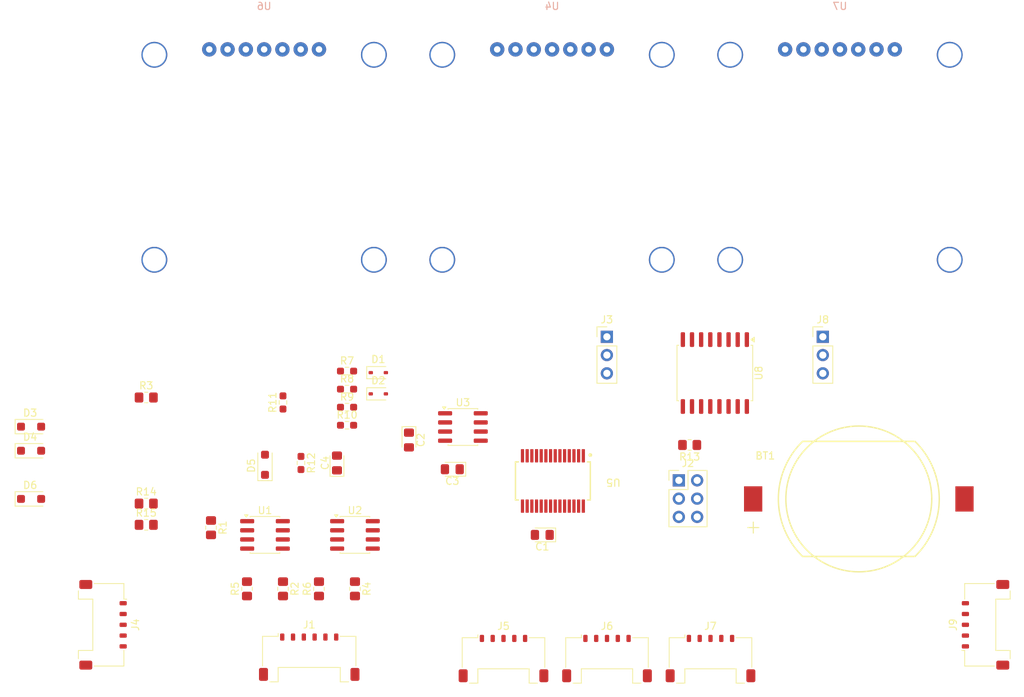
<source format=kicad_pcb>
(kicad_pcb (version 20241229) (generator "pcbnew") (generator_version "9.0")
  (layers (0 "F.Cu" signal) (2 "B.Cu" signal) (13 "F.Paste" user) (15 "B.Paste" user) (5 "F.SilkS" user "F.Silkscreen") (7 "B.SilkS" user "B.Silkscreen") (1 "F.Mask" user) (3 "B.Mask" user) (25 "Edge.Cuts" user))
  (net 0 "")
  (net 1 "GND")
  (net 2 "VDD")
  (net 3 "Net-(D3-K)")
  (net 4 "Net-(D4-K)")
  (net 5 "Net-(D5-K)")
  (net 6 "Net-(D1-K)")
  (net 7 "Net-(D1-A)")
  (net 8 "Net-(D2-A)")
  (net 9 "Net-(D2-K)")
  (net 10 "Net-(D6-K)")
  (net 11 "Net-(J1-Pin_3)")
  (net 12 "Net-(J1-Pin_4)")
  (net 14 "Net-(J2-Pin_1)")
  (net 15 "Net-(J2-Pin_5)")
  (net 16 "Net-(J2-Pin_4)")
  (net 17 "Net-(J3-Pin_1)")
  (net 18 "Net-(J4-Pin_4)")
  (net 19 "+5V")
  (net 20 "Net-(J4-Pin_3)")
  (net 21 "Net-(J8-Pin_1)")
  (net 22 "Net-(R1-Pad1)")
  (net 23 "Net-(R3-Pad1)")
  (net 24 "Net-(U3A--)")
  (net 25 "Net-(U5-RA0)")
  (net 26 "Net-(U3B--)")
  (net 27 "Net-(U5-RA1)")
  (net 28 "/MOSI")
  (net 31 "/SCLK")
  (net 32 "Net-(U4-CS)")
  (net 34 "Net-(U5-RB1)")
  (net 36 "Net-(U5-RB2)")
  (net 37 "/RST")
  (net 40 "/Data{slash}Command")
  (net 44 "Net-(BT1-+)")
  (footprint "Resistor_SMD:R_0603_1608Metric_Pad0.98x0.95mm_HandSolder" (layer "F.Cu") (at 63.9 134.745)
    (property "Reference" "R9" (at 0 -1.43 0) (layer "F.SilkS"))
    (property "Value" "51k±1%")
    (pad "1" smd roundrect (at -0.9125 0) (size 0.975 0.95) (layers "F.Cu" "F.Mask" "F.Paste") (net 27 "Net-(U5-RA1)"))
    (pad "2" smd roundrect (at 0.9125 0) (size 0.975 0.95) (layers "F.Cu" "F.Mask" "F.Paste") (net 26 "Net-(U3B--)"))
  )
  (footprint "Resistor_SMD:R_0805_2012Metric_Pad1.20x1.40mm_HandSolder" (layer "F.Cu") (at 111.5 140 180)
    (property "Reference" "R13" (at 0 -1.65 0) (layer "F.SilkS"))
    (property "Value" "10k")
    (pad "1" smd roundrect (at -1 0 180) (size 1.2 1.4) (layers "F.Cu" "F.Mask" "F.Paste") (roundrect_rratio 0.208333) (net 2 "VDD"))
    (pad "2" smd roundrect (at 1 0 180) (size 1.2 1.4) (layers "F.Cu" "F.Mask" "F.Paste") (roundrect_rratio 0.208333) (net 14 "Net-(J2-Pin_1)"))
  )
  (footprint "Resistor_SMD:R_0603_1608Metric_Pad0.98x0.95mm_HandSolder" (layer "F.Cu") (at 57.5 142.5 -90)
    (property "Reference" "R12" (at 0 -1.43 90) (layer "F.SilkS"))
    (property "Value" "5k1±1%")
    (pad "1" smd roundrect (at -0.9125 0 270) (size 0.975 0.95) (layers "F.Cu" "F.Mask" "F.Paste") (net 1 "GND"))
    (pad "2" smd roundrect (at 0.9125 0 270) (size 0.975 0.95) (layers "F.Cu" "F.Mask" "F.Paste") (net 5 "Net-(D5-K)"))
  )
  (footprint "Resistor_SMD:R_0805_2012Metric_Pad1.20x1.40mm_HandSolder" (layer "F.Cu") (at 50 160 90)
    (property "Reference" "R5" (at 0 -1.65 90) (layer "F.SilkS"))
    (property "Value" "10k")
    (pad "1" smd roundrect (at -1 0 90) (size 1.2 1.4) (layers "F.Cu" "F.Mask" "F.Paste") (roundrect_rratio 0.208333) (net 6 "Net-(D1-K)"))
    (pad "2" smd roundrect (at 1 0 90) (size 1.2 1.4) (layers "F.Cu" "F.Mask" "F.Paste") (roundrect_rratio 0.208333) (net 3 "Net-(D3-K)"))
  )
  (footprint "Diode_SMD:D_SOD-123F" (layer "F.Cu") (at 20 137.45)
    (property "Reference" "D3" (at -0.127 -1.905 0) (layer "F.SilkS"))
    (property "Value" "BZT52B5V1")
    (pad "1" smd roundrect (at -1.4 0) (size 1.1 1.1) (layers "F.Cu" "F.Mask" "F.Paste") (roundrect_rratio 0.2272727273) (net 3 "Net-(D3-K)"))
    (pad "2" smd roundrect (at 1.4 0) (size 1.1 1.1) (layers "F.Cu" "F.Mask" "F.Paste") (roundrect_rratio 0.2272727273) (net 1 "GND"))
  )
  (footprint "Diode_SMD:D_SOD-123F" (layer "F.Cu") (at 20 140.8)
    (property "Reference" "D4" (at -0.127 -1.905 0) (layer "F.SilkS"))
    (property "Value" "BZT52B5V1")
    (pad "1" smd roundrect (at -1.4 0) (size 1.1 1.1) (layers "F.Cu" "F.Mask" "F.Paste") (roundrect_rratio 0.2272727273) (net 4 "Net-(D4-K)"))
    (pad "2" smd roundrect (at 1.4 0) (size 1.1 1.1) (layers "F.Cu" "F.Mask" "F.Paste") (roundrect_rratio 0.2272727273) (net 1 "GND"))
  )
  (footprint "Resistor_SMD:R_0603_1608Metric_Pad0.98x0.95mm_HandSolder" (layer "F.Cu") (at 63.9 129.725)
    (property "Reference" "R7" (at 0 -1.43 0) (layer "F.SilkS"))
    (property "Value" "51k±1%")
    (pad "1" smd roundrect (at -0.9125 0) (size 0.975 0.95) (layers "F.Cu" "F.Mask" "F.Paste") (net 25 "Net-(U5-RA0)"))
    (pad "2" smd roundrect (at 0.9125 0) (size 0.975 0.95) (layers "F.Cu" "F.Mask" "F.Paste") (net 24 "Net-(U3A--)"))
  )
  (footprint "Resistor_SMD:R_0603_1608Metric_Pad0.98x0.95mm_HandSolder" (layer "F.Cu") (at 63.9 132.235)
    (property "Reference" "R8" (at 0 -1.43 0) (layer "F.SilkS"))
    (property "Value" "51k±1%")
    (pad "1" smd roundrect (at -0.9125 0) (size 0.975 0.95) (layers "F.Cu" "F.Mask" "F.Paste") (net 11 "Net-(J1-Pin_3)"))
    (pad "2" smd roundrect (at 0.9125 0) (size 0.975 0.95) (layers "F.Cu" "F.Mask" "F.Paste") (net 5 "Net-(D5-K)"))
  )
  (footprint "Connector_Molex:Molex_Pico-Lock_504050-0691_1x06-1MP_P1.50mm_Horizontal" (layer "F.Cu") (at 58.645 169.5)
    (property "Reference" "J1" (at 0 -4.5 0) (layer "F.SilkS"))
    (property "Value" "Conn_01x05_Socket")
    (pad "1" smd roundrect (at -3.75 -2.795) (size 0.6 1) (layers "F.Cu" "F.Mask" "F.Paste") (net 6 "Net-(D1-K)"))
    (pad "2" smd roundrect (at -2.25 -2.795) (size 0.6 1) (layers "F.Cu" "F.Mask" "F.Paste") (net 9 "Net-(D2-K)"))
    (pad "3" smd roundrect (at -0.75 -2.795) (size 0.6 1) (layers "F.Cu" "F.Mask" "F.Paste") (net 11 "Net-(J1-Pin_3)"))
    (pad "4" smd roundrect (at 0.75 -2.795) (size 0.6 1) (layers "F.Cu" "F.Mask" "F.Paste") (net 12 "Net-(J1-Pin_4)"))
    (pad "5" smd roundrect (at 2.25 -2.795) (size 0.6 1) (layers "F.Cu" "F.Mask" "F.Paste"))
    (pad "6" smd roundrect (at 3.75 -2.795) (size 0.6 1) (layers "F.Cu" "F.Mask" "F.Paste") (net 1 "GND"))
    (pad "MP" smd roundrect (at -6.355 2.395) (size 1.25 1.8) (layers "F.Cu" "F.Mask" "F.Paste") (roundrect_rratio 0.2))
    (pad "MP" smd roundrect (at 6.355 2.395) (size 1.25 1.8) (layers "F.Cu" "F.Mask" "F.Paste") (roundrect_rratio 0.2))
  )
  (footprint "Diode_SMD:D_0805_2012Metric_Pad1.15x1.40mm_HandSolder" (layer "F.Cu") (at 72.5 139.31 -90)
    (property "Reference" "C2" (at 0 -1.65 90) (layer "F.SilkS"))
    (property "Value" "100nF")
    (pad "1" smd roundrect (at -1.025 0 270) (size 1.15 1.4) (layers "F.Cu" "F.Mask" "F.Paste") (roundrect_rratio 0.217391) (net 3 "Net-(D3-K)"))
    (pad "2" smd roundrect (at 1.025 0 270) (size 1.15 1.4) (layers "F.Cu" "F.Mask" "F.Paste") (roundrect_rratio 0.217391) (net 1 "GND"))
  )
  (footprint "Diode_SMD:D_0805_2012Metric_Pad1.15x1.40mm_HandSolder" (layer "F.Cu") (at 62.5 142.5 90)
    (property "Reference" "C4" (at 0 -1.65 90) (layer "F.SilkS"))
    (property "Value" "100nF")
    (pad "1" smd roundrect (at -1.025 0 90) (size 1.15 1.4) (layers "F.Cu" "F.Mask" "F.Paste") (roundrect_rratio 0.217391) (net 5 "Net-(D5-K)"))
    (pad "2" smd roundrect (at 1.025 0 90) (size 1.15 1.4) (layers "F.Cu" "F.Mask" "F.Paste") (roundrect_rratio 0.217391) (net 1 "GND"))
  )
  (footprint "Connector_PinHeader_2.54mm:PinHeader_1x03_P2.54mm_Vertical" (layer "F.Cu") (at 100 124.96)
    (property "Reference" "J3" (at 0 -2.38 0) (layer "F.SilkS"))
    (property "Value" "CONF")
    (pad "1" thru_hole rect (at 0 0) (size 1.7 1.7) (drill 1) (layers "*.Cu" "*.Mask") (net 17 "Net-(J3-Pin_1)"))
    (pad "2" thru_hole circle (at 0 2.54) (size 1.7 1.7) (drill 1) (layers "*.Cu" "*.Mask") (net 1 "GND"))
    (pad "3" thru_hole circle (at 0 5.08) (size 1.7 1.7) (drill 1) (layers "*.Cu" "*.Mask") (net 1 "GND"))
  )
  (footprint "Diode_SMD:D_SOD-323" (layer "F.Cu") (at 68.245 129.945)
    (property "Reference" "D1" (at 0 -1.85 0) (layer "F.SilkS"))
    (property "Value" "1N4448WS")
    (pad "1" smd roundrect (at -1.05 0) (size 0.6 0.45) (layers "F.Cu" "F.Mask" "F.Paste") (net 6 "Net-(D1-K)"))
    (pad "2" smd roundrect (at 1.05 0) (size 0.6 0.45) (layers "F.Cu" "F.Mask" "F.Paste") (net 7 "Net-(D1-A)"))
  )
  (footprint "Package_SO:SOIC-8_3.9x4.9mm_P1.27mm" (layer "F.Cu") (at 80 137.5)
    (property "Reference" "U3" (at 0 -3.4 0) (layer "F.SilkS"))
    (property "Value" "LMV358")
    (pad "1" smd roundrect (at -2.475 -1.905) (size 1.95 0.6) (layers "F.Cu" "F.Mask" "F.Paste") (net 25 "Net-(U5-RA0)"))
    (pad "2" smd roundrect (at -2.475 -0.635) (size 1.95 0.6) (layers "F.Cu" "F.Mask" "F.Paste") (net 24 "Net-(U3A--)"))
    (pad "3" smd roundrect (at -2.475 0.635) (size 1.95 0.6) (layers "F.Cu" "F.Mask" "F.Paste") (net 3 "Net-(D3-K)"))
    (pad "4" smd roundrect (at -2.475 1.905) (size 1.95 0.6) (layers "F.Cu" "F.Mask" "F.Paste") (net 1 "GND"))
    (pad "5" smd roundrect (at 2.475 1.905) (size 1.95 0.6) (layers "F.Cu" "F.Mask" "F.Paste") (net 4 "Net-(D4-K)"))
    (pad "6" smd roundrect (at 2.475 0.635) (size 1.95 0.6) (layers "F.Cu" "F.Mask" "F.Paste") (net 26 "Net-(U3B--)"))
    (pad "7" smd roundrect (at 2.475 -0.635) (size 1.95 0.6) (layers "F.Cu" "F.Mask" "F.Paste") (net 27 "Net-(U5-RA1)"))
    (pad "8" smd roundrect (at 2.475 -1.905) (size 1.95 0.6) (layers "F.Cu" "F.Mask" "F.Paste") (net 2 "VDD"))
  )
  (footprint "Resistor_SMD:R_0805_2012Metric_Pad1.20x1.40mm_HandSolder" (layer "F.Cu") (at 60 160 90)
    (property "Reference" "R6" (at 0 -1.65 90) (layer "F.SilkS"))
    (property "Value" "10k")
    (pad "1" smd roundrect (at -1 0 90) (size 1.2 1.4) (layers "F.Cu" "F.Mask" "F.Paste") (roundrect_rratio 0.208333) (net 9 "Net-(D2-K)"))
    (pad "2" smd roundrect (at 1 0 90) (size 1.2 1.4) (layers "F.Cu" "F.Mask" "F.Paste") (roundrect_rratio 0.208333) (net 4 "Net-(D4-K)"))
  )
  (footprint "Connector_Molex:Molex_Pico-Lock_504050-0591_1x05-1MP_P1.50mm_Horizontal" (layer "F.Cu") (at 85.637 169.69)
    (property "Reference" "J5" (at 0 -4.5 0) (layer "F.SilkS"))
    (property "Value" "Conn_01x05_Socket")
    (pad "1" smd roundrect (at -3 -2.795) (size 0.6 1) (layers "F.Cu" "F.Mask" "F.Paste") (net 19 "+5V"))
    (pad "2" smd roundrect (at -1.5 -2.795) (size 0.6 1) (layers "F.Cu" "F.Mask" "F.Paste") (net 2 "VDD"))
    (pad "3" smd roundrect (at 0 -2.795) (size 0.6 1) (layers "F.Cu" "F.Mask" "F.Paste") (net 20 "Net-(J4-Pin_3)"))
    (pad "4" smd roundrect (at 1.5 -2.795) (size 0.6 1) (layers "F.Cu" "F.Mask" "F.Paste") (net 18 "Net-(J4-Pin_4)"))
    (pad "5" smd roundrect (at 3 -2.795) (size 0.6 1) (layers "F.Cu" "F.Mask" "F.Paste") (net 1 "GND"))
    (pad "MP" smd roundrect (at -5.605 2.395) (size 1.25 1.8) (layers "F.Cu" "F.Mask" "F.Paste") (roundrect_rratio 0.2))
    (pad "MP" smd roundrect (at 5.605 2.395) (size 1.25 1.8) (layers "F.Cu" "F.Mask" "F.Paste") (roundrect_rratio 0.2))
  )
  (footprint "Connector_PinHeader_2.54mm:PinHeader_1x03_P2.54mm_Vertical" (layer "F.Cu") (at 130 124.96)
    (property "Reference" "J8" (at 0 -2.38 0) (layer "F.SilkS"))
    (property "Value" "RTC_RST")
    (pad "1" thru_hole rect (at 0 0) (size 1.7 1.7) (drill 1) (layers "*.Cu" "*.Mask") (net 21 "Net-(J8-Pin_1)"))
    (pad "2" thru_hole circle (at 0 2.54) (size 1.7 1.7) (drill 1) (layers "*.Cu" "*.Mask") (net 1 "GND"))
    (pad "3" thru_hole circle (at 0 5.08) (size 1.7 1.7) (drill 1) (layers "*.Cu" "*.Mask") (net 1 "GND"))
  )
  (footprint "Diode_SMD:D_SOD-323" (layer "F.Cu") (at 68.245 132.895)
    (property "Reference" "D2" (at 0 -1.85 0) (layer "F.SilkS"))
    (property "Value" "1N4448WS")
    (pad "1" smd roundrect (at -1.05 0) (size 0.6 0.45) (layers "F.Cu" "F.Mask" "F.Paste") (net 9 "Net-(D2-K)"))
    (pad "2" smd roundrect (at 1.05 0) (size 0.6 0.45) (layers "F.Cu" "F.Mask" "F.Paste") (net 8 "Net-(D2-A)"))
  )
  (footprint "Diode_SMD:D_0805_2012Metric_Pad1.15x1.40mm_HandSolder" (layer "F.Cu") (at 91.025 152.5 180)
    (property "Reference" "C1" (at 0 -1.65 0) (layer "F.SilkS"))
    (property "Value" "100nF")
    (pad "1" smd roundrect (at -1.025 0 180) (size 1.15 1.4) (layers "F.Cu" "F.Mask" "F.Paste") (roundrect_rratio 0.217391) (net 2 "VDD"))
    (pad "2" smd roundrect (at 1.025 0 180) (size 1.15 1.4) (layers "F.Cu" "F.Mask" "F.Paste") (roundrect_rratio 0.217391) (net 1 "GND"))
  )
  (footprint "Resistor_SMD:R_0805_2012Metric_Pad1.20x1.40mm_HandSolder" (layer "F.Cu") (at 36 148.15)
    (property "Reference" "R14" (at 0 -1.65 0) (layer "F.SilkS"))
    (property "Value" "100k")
    (pad "1" smd roundrect (at -1 0) (size 1.2 1.4) (layers "F.Cu" "F.Mask" "F.Paste") (roundrect_rratio 0.208333) (net 10 "Net-(D6-K)"))
    (pad "2" smd roundrect (at 1 0) (size 1.2 1.4) (layers "F.Cu" "F.Mask" "F.Paste") (roundrect_rratio 0.208333) (net 12 "Net-(J1-Pin_4)"))
  )
  (footprint "Resistor_SMD:R_0805_2012Metric_Pad1.20x1.40mm_HandSolder" (layer "F.Cu") (at 36 133.4)
    (property "Reference" "R3" (at 0 -1.65 0) (layer "F.SilkS"))
    (property "Value" "174r±1%")
    (pad "1" smd roundrect (at -1 0) (size 1.2 1.4) (layers "F.Cu" "F.Mask" "F.Paste") (roundrect_rratio 0.208333) (net 23 "Net-(R3-Pad1)"))
    (pad "2" smd roundrect (at 1 0) (size 1.2 1.4) (layers "F.Cu" "F.Mask" "F.Paste") (roundrect_rratio 0.208333) (net 8 "Net-(D2-A)"))
  )
  (footprint "Connector_Molex:Molex_Pico-Lock_504050-0591_1x05-1MP_P1.50mm_Horizontal" (layer "F.Cu") (at 100.016 169.69)
    (property "Reference" "J6" (at 0 -4.5 0) (layer "F.SilkS"))
    (property "Value" "Conn_01x05_Socket")
    (pad "1" smd roundrect (at -3 -2.795) (size 0.6 1) (layers "F.Cu" "F.Mask" "F.Paste") (net 19 "+5V"))
    (pad "2" smd roundrect (at -1.5 -2.795) (size 0.6 1) (layers "F.Cu" "F.Mask" "F.Paste") (net 2 "VDD"))
    (pad "3" smd roundrect (at 0 -2.795) (size 0.6 1) (layers "F.Cu" "F.Mask" "F.Paste") (net 20 "Net-(J4-Pin_3)"))
    (pad "4" smd roundrect (at 1.5 -2.795) (size 0.6 1) (layers "F.Cu" "F.Mask" "F.Paste") (net 18 "Net-(J4-Pin_4)"))
    (pad "5" smd roundrect (at 3 -2.795) (size 0.6 1) (layers "F.Cu" "F.Mask" "F.Paste") (net 1 "GND"))
    (pad "MP" smd roundrect (at -5.605 2.395) (size 1.25 1.8) (layers "F.Cu" "F.Mask" "F.Paste") (roundrect_rratio 0.2))
    (pad "MP" smd roundrect (at 5.605 2.395) (size 1.25 1.8) (layers "F.Cu" "F.Mask" "F.Paste") (roundrect_rratio 0.2))
  )
  (footprint "Connector_Molex:Molex_Pico-Lock_504050-0591_1x05-1MP_P1.50mm_Horizontal" (layer "F.Cu") (at 30 165 -90)
    (property "Reference" "J4" (at 0 -4.5 90) (layer "F.SilkS"))
    (property "Value" "Conn_01x05_Socket")
    (pad "1" smd roundrect (at -3 -2.795 270) (size 0.6 1) (layers "F.Cu" "F.Mask" "F.Paste") (net 19 "+5V"))
    (pad "2" smd roundrect (at -1.5 -2.795 270) (size 0.6 1) (layers "F.Cu" "F.Mask" "F.Paste") (net 2 "VDD"))
    (pad "3" smd roundrect (at 0 -2.795 270) (size 0.6 1) (layers "F.Cu" "F.Mask" "F.Paste") (net 20 "Net-(J4-Pin_3)"))
    (pad "4" smd roundrect (at 1.5 -2.795 270) (size 0.6 1) (layers "F.Cu" "F.Mask" "F.Paste") (net 18 "Net-(J4-Pin_4)"))
    (pad "5" smd roundrect (at 3 -2.795 270) (size 0.6 1) (layers "F.Cu" "F.Mask" "F.Paste") (net 1 "GND"))
    (pad "MP" smd roundrect (at -5.605 2.395 270) (size 1.25 1.8) (layers "F.Cu" "F.Mask" "F.Paste") (roundrect_rratio 0.2))
    (pad "MP" smd roundrect (at 5.605 2.395 270) (size 1.25 1.8) (layers "F.Cu" "F.Mask" "F.Paste") (roundrect_rratio 0.2))
  )
  (footprint "Resistor_SMD:R_0805_2012Metric_Pad1.20x1.40mm_HandSolder" (layer "F.Cu") (at 55 160 -90)
    (property "Reference" "R2" (at 0 -1.65 90) (layer "F.SilkS"))
    (property "Value" "1k37±1%")
    (pad "1" smd roundrect (at -1 0 270) (size 1.2 1.4) (layers "F.Cu" "F.Mask" "F.Paste") (roundrect_rratio 0.208333) (net 22 "Net-(R1-Pad1)"))
    (pad "2" smd roundrect (at 1 0 270) (size 1.2 1.4) (layers "F.Cu" "F.Mask" "F.Paste") (roundrect_rratio 0.208333) (net 6 "Net-(D1-K)"))
  )
  (footprint "Diode_SMD:D_SOD-123F" (layer "F.Cu") (at 20 147.5)
    (property "Reference" "D6" (at -0.127 -1.905 0) (layer "F.SilkS"))
    (property "Value" "BZT52B5V1")
    (pad "1" smd roundrect (at -1.4 0) (size 1.1 1.1) (layers "F.Cu" "F.Mask" "F.Paste") (roundrect_rratio 0.2272727273) (net 10 "Net-(D6-K)"))
    (pad "2" smd roundrect (at 1.4 0) (size 1.1 1.1) (layers "F.Cu" "F.Mask" "F.Paste") (roundrect_rratio 0.2272727273) (net 1 "GND"))
  )
  (footprint "Resistor_SMD:R_0603_1608Metric_Pad0.98x0.95mm_HandSolder" (layer "F.Cu") (at 63.9 137.255)
    (property "Reference" "R10" (at 0 -1.43 0) (layer "F.SilkS"))
    (property "Value" "5k1±1%")
    (pad "1" smd roundrect (at -0.9125 0) (size 0.975 0.95) (layers "F.Cu" "F.Mask" "F.Paste") (net 1 "GND"))
    (pad "2" smd roundrect (at 0.9125 0) (size 0.975 0.95) (layers "F.Cu" "F.Mask" "F.Paste") (net 24 "Net-(U3A--)"))
  )
  (footprint "Diode_SMD:D_SOD-123F" (layer "F.Cu") (at 52.5 142.75 90)
    (property "Reference" "D5" (at -0.127 -1.905 90) (layer "F.SilkS"))
    (property "Value" "BZT52B5V1")
    (pad "1" smd roundrect (at -1.4 0 90) (size 1.1 1.1) (layers "F.Cu" "F.Mask" "F.Paste") (roundrect_rratio 0.2272727273) (net 5 "Net-(D5-K)"))
    (pad "2" smd roundrect (at 1.4 0 90) (size 1.1 1.1) (layers "F.Cu" "F.Mask" "F.Paste") (roundrect_rratio 0.2272727273) (net 1 "GND"))
  )
  (footprint "Resistor_SMD:R_0805_2012Metric_Pad1.20x1.40mm_HandSolder" (layer "F.Cu") (at 36 151.1)
    (property "Reference" "R15" (at 0 -1.65 0) (layer "F.SilkS"))
    (property "Value" "10k")
    (pad "1" smd roundrect (at -1 0) (size 1.2 1.4) (layers "F.Cu" "F.Mask" "F.Paste") (roundrect_rratio 0.208333) (net 21 "Net-(J8-Pin_1)"))
    (pad "2" smd roundrect (at 1 0) (size 1.2 1.4) (layers "F.Cu" "F.Mask" "F.Paste") (roundrect_rratio 0.208333) (net 2 "VDD"))
  )
  (footprint "Package_SO:SOIC-16W_7.5x10.3mm_P1.27mm" (layer "F.Cu") (at 115 130 -90)
    (property "Reference" "U8" (at 0 -6.1 90) (layer "F.SilkS"))
    (property "Value" "DS3231M")
    (pad "1" smd roundrect (at -4.65 -4.445 270) (size 2.05 0.6) (layers "F.Cu" "F.Mask" "F.Paste"))
    (pad "2" smd roundrect (at -4.65 -3.175 270) (size 2.05 0.6) (layers "F.Cu" "F.Mask" "F.Paste") (net 2 "VDD"))
    (pad "3" smd roundrect (at -4.65 -1.905 270) (size 2.05 0.6) (layers "F.Cu" "F.Mask" "F.Paste"))
    (pad "4" smd roundrect (at -4.65 -0.635 270) (size 2.05 0.6) (layers "F.Cu" "F.Mask" "F.Paste") (net 21 "Net-(J8-Pin_1)"))
    (pad "5" smd roundrect (at -4.65 0.635 270) (size 2.05 0.6) (layers "F.Cu" "F.Mask" "F.Paste") (net 1 "GND"))
    (pad "6" smd roundrect (at -4.65 1.905 270) (size 2.05 0.6) (layers "F.Cu" "F.Mask" "F.Paste") (net 1 "GND"))
    (pad "7" smd roundrect (at -4.65 3.175 270) (size 2.05 0.6) (layers "F.Cu" "F.Mask" "F.Paste") (net 1 "GND"))
    (pad "8" smd roundrect (at -4.65 4.445 270) (size 2.05 0.6) (layers "F.Cu" "F.Mask" "F.Paste") (net 1 "GND"))
    (pad "9" smd roundrect (at 4.65 4.445 270) (size 2.05 0.6) (layers "F.Cu" "F.Mask" "F.Paste") (net 1 "GND"))
    (pad "10" smd roundrect (at 4.65 3.175 270) (size 2.05 0.6) (layers "F.Cu" "F.Mask" "F.Paste") (net 1 "GND"))
    (pad "11" smd roundrect (at 4.65 1.905 270) (size 2.05 0.6) (layers "F.Cu" "F.Mask" "F.Paste") (net 1 "GND"))
    (pad "12" smd roundrect (at 4.65 0.635 270) (size 2.05 0.6) (layers "F.Cu" "F.Mask" "F.Paste") (net 1 "GND"))
    (pad "13" smd roundrect (at 4.65 -0.635 270) (size 2.05 0.6) (layers "F.Cu" "F.Mask" "F.Paste") (net 1 "GND"))
    (pad "14" smd roundrect (at 4.65 -1.905 270) (size 2.05 0.6) (layers "F.Cu" "F.Mask" "F.Paste") (net 44 "Net-(BT1-+)"))
    (pad "15" smd roundrect (at 4.65 -3.175 270) (size 2.05 0.6) (layers "F.Cu" "F.Mask" "F.Paste") (net 18 "Net-(J4-Pin_4)"))
    (pad "16" smd roundrect (at 4.65 -4.445 270) (size 2.05 0.6) (layers "F.Cu" "F.Mask" "F.Paste") (net 20 "Net-(J4-Pin_3)"))
  )
  (footprint "panel-library:Bat_Keystone_1058" (layer "F.Cu") (at 135 147.5)
    (property "Reference" "BT1" (at -13 -6 0) (layer "F.SilkS") (effects (font (thickness 0.16))))
    (property "Value" "Battery_Cell")
    (fp_text user "+" (at -16 5 0) (layer "F.SilkS") (effects (font (size 2 2) (thickness 0.16)) (justify left bottom)))
    (pad "1" smd rect (at -14.68 0) (size 2.54 3.51) (layers "F.Cu" "F.Mask" "F.Paste") (net 44 "Net-(BT1-+)"))
    (pad "2" smd rect (at 14.68 0) (size 2.54 3.51) (layers "F.Cu" "F.Mask" "F.Paste") (net 1 "GND"))
  )
  (footprint "Package_SO:SOIC-8_3.9x4.9mm_P1.27mm" (layer "F.Cu") (at 52.5 152.5)
    (property "Reference" "U1" (at 0 -3.4 0) (layer "F.SilkS"))
    (property "Value" "LM334M")
    (pad "1" smd roundrect (at -2.475 -1.905) (size 1.95 0.6) (layers "F.Cu" "F.Mask" "F.Paste") (net 22 "Net-(R1-Pad1)"))
    (pad "2" smd roundrect (at -2.475 -0.635) (size 1.95 0.6) (layers "F.Cu" "F.Mask" "F.Paste") (net 7 "Net-(D1-A)"))
    (pad "3" smd roundrect (at -2.475 0.635) (size 1.95 0.6) (layers "F.Cu" "F.Mask" "F.Paste") (net 7 "Net-(D1-A)"))
    (pad "4" smd roundrect (at -2.475 1.905) (size 1.95 0.6) (layers "F.Cu" "F.Mask" "F.Paste") (net 2 "VDD"))
    (pad "5" smd roundrect (at 2.475 1.905) (size 1.95 0.6) (layers "F.Cu" "F.Mask" "F.Paste"))
    (pad "6" smd roundrect (at 2.475 0.635) (size 1.95 0.6) (layers "F.Cu" "F.Mask" "F.Paste") (net 7 "Net-(D1-A)"))
    (pad "7" smd roundrect (at 2.475 -0.635) (size 1.95 0.6) (layers "F.Cu" "F.Mask" "F.Paste") (net 7 "Net-(D1-A)"))
    (pad "8" smd roundrect (at 2.475 -1.905) (size 1.95 0.6) (layers "F.Cu" "F.Mask" "F.Paste"))
  )
  (footprint "Package_SO:SOIC-8_3.9x4.9mm_P1.27mm" (layer "F.Cu") (at 65 152.5)
    (property "Reference" "U2" (at 0 -3.4 0) (layer "F.SilkS"))
    (property "Value" "LM334M")
    (pad "1" smd roundrect (at -2.475 -1.905) (size 1.95 0.6) (layers "F.Cu" "F.Mask" "F.Paste") (net 23 "Net-(R3-Pad1)"))
    (pad "2" smd roundrect (at -2.475 -0.635) (size 1.95 0.6) (layers "F.Cu" "F.Mask" "F.Paste") (net 8 "Net-(D2-A)"))
    (pad "3" smd roundrect (at -2.475 0.635) (size 1.95 0.6) (layers "F.Cu" "F.Mask" "F.Paste") (net 8 "Net-(D2-A)"))
    (pad "4" smd roundrect (at -2.475 1.905) (size 1.95 0.6) (layers "F.Cu" "F.Mask" "F.Paste") (net 2 "VDD"))
    (pad "5" smd roundrect (at 2.475 1.905) (size 1.95 0.6) (layers "F.Cu" "F.Mask" "F.Paste"))
    (pad "6" smd roundrect (at 2.475 0.635) (size 1.95 0.6) (layers "F.Cu" "F.Mask" "F.Paste") (net 8 "Net-(D2-A)"))
    (pad "7" smd roundrect (at 2.475 -0.635) (size 1.95 0.6) (layers "F.Cu" "F.Mask" "F.Paste") (net 8 "Net-(D2-A)"))
    (pad "8" smd roundrect (at 2.475 -1.905) (size 1.95 0.6) (layers "F.Cu" "F.Mask" "F.Paste"))
  )
  (footprint "Resistor_SMD:R_0805_2012Metric_Pad1.20x1.40mm_HandSolder" (layer "F.Cu") (at 45 151.5 -90)
    (property "Reference" "R1" (at 0 -1.65 90) (layer "F.SilkS"))
    (property "Value" "174r±1%")
    (pad "1" smd roundrect (at -1 0 270) (size 1.2 1.4) (layers "F.Cu" "F.Mask" "F.Paste") (roundrect_rratio 0.208333) (net 22 "Net-(R1-Pad1)"))
    (pad "2" smd roundrect (at 1 0 270) (size 1.2 1.4) (layers "F.Cu" "F.Mask" "F.Paste") (roundrect_rratio 0.208333) (net 7 "Net-(D1-A)"))
  )
  (footprint "Resistor_SMD:R_0805_2012Metric_Pad1.20x1.40mm_HandSolder" (layer "F.Cu") (at 65 160 -90)
    (property "Reference" "R4" (at 0 -1.65 90) (layer "F.SilkS"))
    (property "Value" "1k37±1%")
    (pad "1" smd roundrect (at -1 0 270) (size 1.2 1.4) (layers "F.Cu" "F.Mask" "F.Paste") (roundrect_rratio 0.208333) (net 23 "Net-(R3-Pad1)"))
    (pad "2" smd roundrect (at 1 0 270) (size 1.2 1.4) (layers "F.Cu" "F.Mask" "F.Paste") (roundrect_rratio 0.208333) (net 9 "Net-(D2-K)"))
  )
  (footprint "Connector_Molex:Molex_Pico-Lock_504050-0591_1x05-1MP_P1.50mm_Horizontal" (layer "F.Cu") (at 114.395 169.69)
    (property "Reference" "J7" (at 0 -4.5 0) (layer "F.SilkS"))
    (property "Value" "Conn_01x05_Socket")
    (pad "1" smd roundrect (at -3 -2.795) (size 0.6 1) (layers "F.Cu" "F.Mask" "F.Paste") (net 19 "+5V"))
    (pad "2" smd roundrect (at -1.5 -2.795) (size 0.6 1) (layers "F.Cu" "F.Mask" "F.Paste") (net 2 "VDD"))
    (pad "3" smd roundrect (at 0 -2.795) (size 0.6 1) (layers "F.Cu" "F.Mask" "F.Paste") (net 20 "Net-(J4-Pin_3)"))
    (pad "4" smd roundrect (at 1.5 -2.795) (size 0.6 1) (layers "F.Cu" "F.Mask" "F.Paste") (net 18 "Net-(J4-Pin_4)"))
    (pad "5" smd roundrect (at 3 -2.795) (size 0.6 1) (layers "F.Cu" "F.Mask" "F.Paste") (net 1 "GND"))
    (pad "MP" smd roundrect (at -5.605 2.395) (size 1.25 1.8) (layers "F.Cu" "F.Mask" "F.Paste") (roundrect_rratio 0.2))
    (pad "MP" smd roundrect (at 5.605 2.395) (size 1.25 1.8) (layers "F.Cu" "F.Mask" "F.Paste") (roundrect_rratio 0.2))
  )
  (footprint "Connector_Molex:Molex_Pico-Lock_504050-0591_1x05-1MP_P1.50mm_Horizontal" (layer "F.Cu") (at 152.605 165 90)
    (property "Reference" "J9" (at 0 -4.5 90) (layer "F.SilkS"))
    (property "Value" "Conn_01x05_Socket")
    (pad "1" smd roundrect (at -3 -2.795 90) (size 0.6 1) (layers "F.Cu" "F.Mask" "F.Paste") (net 19 "+5V"))
    (pad "2" smd roundrect (at -1.5 -2.795 90) (size 0.6 1) (layers "F.Cu" "F.Mask" "F.Paste") (net 2 "VDD"))
    (pad "3" smd roundrect (at 0 -2.795 90) (size 0.6 1) (layers "F.Cu" "F.Mask" "F.Paste") (net 20 "Net-(J4-Pin_3)"))
    (pad "4" smd roundrect (at 1.5 -2.795 90) (size 0.6 1) (layers "F.Cu" "F.Mask" "F.Paste") (net 18 "Net-(J4-Pin_4)"))
    (pad "5" smd roundrect (at 3 -2.795 90) (size 0.6 1) (layers "F.Cu" "F.Mask" "F.Paste") (net 1 "GND"))
    (pad "MP" smd roundrect (at -5.605 2.395 90) (size 1.25 1.8) (layers "F.Cu" "F.Mask" "F.Paste") (roundrect_rratio 0.2))
    (pad "MP" smd roundrect (at 5.605 2.395 90) (size 1.25 1.8) (layers "F.Cu" "F.Mask" "F.Paste") (roundrect_rratio 0.2))
  )
  (footprint "Diode_SMD:D_0805_2012Metric_Pad1.15x1.40mm_HandSolder" (layer "F.Cu") (at 78.525 143.375 180)
    (property "Reference" "C3" (at 0 -1.65 0) (layer "F.SilkS"))
    (property "Value" "100nF")
    (pad "1" smd roundrect (at -1.025 0 180) (size 1.15 1.4) (layers "F.Cu" "F.Mask" "F.Paste") (roundrect_rratio 0.217391) (net 4 "Net-(D4-K)"))
    (pad "2" smd roundrect (at 1.025 0 180) (size 1.15 1.4) (layers "F.Cu" "F.Mask" "F.Paste") (roundrect_rratio 0.217391) (net 1 "GND"))
  )
  (footprint "Connector_PinHeader_2.54mm:PinHeader_2x03_P2.54mm_Vertical" (layer "F.Cu") (at 110 144.92)
    (property "Reference" "J2" (at 1.27 -2.38 0) (layer "F.SilkS"))
    (property "Value" "Conn_01x05_Socket")
    (pad "1" thru_hole rect (at 0 0) (size 1.7 1.7) (drill 1) (layers "*.Cu" "*.Mask") (net 14 "Net-(J2-Pin_1)"))
    (pad "2" thru_hole circle (at 2.54 0) (size 1.7 1.7) (drill 1) (layers "*.Cu" "*.Mask") (net 2 "VDD"))
    (pad "3" thru_hole circle (at 0 2.54) (size 1.7 1.7) (drill 1) (layers "*.Cu" "*.Mask") (net 1 "GND"))
    (pad "4" thru_hole circle (at 2.54 2.54) (size 1.7 1.7) (drill 1) (layers "*.Cu" "*.Mask") (net 16 "Net-(J2-Pin_4)"))
    (pad "5" thru_hole circle (at 0 5.08) (size 1.7 1.7) (drill 1) (layers "*.Cu" "*.Mask") (net 15 "Net-(J2-Pin_5)"))
    (pad "6" thru_hole circle (at 2.54 5.08) (size 1.7 1.7) (drill 1) (layers "*.Cu" "*.Mask"))
  )
  (footprint "panel-library:SSOP-5.3mm" (layer "F.Cu") (at 92.5 145 180)
    (property "Reference" "U5" (at -8.4 -0.2 180) (layer "F.SilkS") (effects (font (thickness 0.16))))
    (property "Value" "PIC18F26Q84-I/SS")
    (pad "1" smd roundrect (at -4.225 3.5 180) (size 0.45 1.85) (layers "F.Cu" "F.Mask" "F.Paste") (roundrect_rratio 0.15) (net 14 "Net-(J2-Pin_1)"))
    (pad "2" smd roundrect (at -3.575 3.5 180) (size 0.45 1.85) (layers "F.Cu" "F.Mask" "F.Paste") (roundrect_rratio 0.15) (net 25 "Net-(U5-RA0)"))
    (pad "3" smd roundrect (at -2.925 3.5 180) (size 0.45 1.85) (layers "F.Cu" "F.Mask" "F.Paste") (roundrect_rratio 0.15) (net 27 "Net-(U5-RA1)"))
    (pad "4" smd roundrect (at -2.275 3.5 180) (size 0.45 1.85) (layers "F.Cu" "F.Mask" "F.Paste") (roundrect_rratio 0.15) (net 5 "Net-(D5-K)"))
    (pad "5" smd roundrect (at -1.625 3.5 180) (size 0.45 1.85) (layers "F.Cu" "F.Mask" "F.Paste") (roundrect_rratio 0.15) (net 10 "Net-(D6-K)"))
    (pad "6" smd roundrect (at -0.975 3.5 180) (size 0.45 1.85) (layers "F.Cu" "F.Mask" "F.Paste") (roundrect_rratio 0.15))
    (pad "7" smd roundrect (at -0.325 3.5 180) (size 0.45 1.85) (layers "F.Cu" "F.Mask" "F.Paste") (roundrect_rratio 0.15))
    (pad "8" smd roundrect (at 0.325 3.5 180) (size 0.45 1.85) (layers "F.Cu" "F.Mask" "F.Paste") (roundrect_rratio 0.15) (net 1 "GND"))
    (pad "9" smd roundrect (at 0.975 3.5 180) (size 0.45 1.85) (layers "F.Cu" "F.Mask" "F.Paste") (roundrect_rratio 0.15) (net 17 "Net-(J3-Pin_1)"))
    (pad "10" smd roundrect (at 1.625 3.5 180) (size 0.45 1.85) (layers "F.Cu" "F.Mask" "F.Paste") (roundrect_rratio 0.15))
    (pad "11" smd roundrect (at 2.275 3.5 180) (size 0.45 1.85) (layers "F.Cu" "F.Mask" "F.Paste") (roundrect_rratio 0.15) (net 37 "/RST"))
    (pad "12" smd roundrect (at 2.925 3.5 180) (size 0.45 1.85) (layers "F.Cu" "F.Mask" "F.Paste") (roundrect_rratio 0.15))
    (pad "13" smd roundrect (at 3.575 3.5 180) (size 0.45 1.85) (layers "F.Cu" "F.Mask" "F.Paste") (roundrect_rratio 0.15))
    (pad "14" smd roundrect (at 4.225 3.5 180) (size 0.45 1.85) (layers "F.Cu" "F.Mask" "F.Paste") (roundrect_rratio 0.15) (net 20 "Net-(J4-Pin_3)"))
    (pad "15" smd roundrect (at 4.225 -3.5 180) (size 0.45 1.85) (layers "F.Cu" "F.Mask" "F.Paste") (roundrect_rratio 0.15) (net 18 "Net-(J4-Pin_4)"))
    (pad "16" smd roundrect (at 3.575 -3.5 180) (size 0.45 1.85) (layers "F.Cu" "F.Mask" "F.Paste") (roundrect_rratio 0.15))
    (pad "17" smd roundrect (at 2.925 -3.5 180) (size 0.45 1.85) (layers "F.Cu" "F.Mask" "F.Paste") (roundrect_rratio 0.15))
    (pad "18" smd roundrect (at 2.275 -3.5 180) (size 0.45 1.85) (layers "F.Cu" "F.Mask" "F.Paste") (roundrect_rratio 0.15))
    (pad "19" smd roundrect (at 1.625 -3.5 180) (size 0.45 1.85) (layers "F.Cu" "F.Mask" "F.Paste") (roundrect_rratio 0.15) (net 1 "GND"))
    (pad "20" smd roundrect (at 0.975 -3.5 180) (size 0.45 1.85) (layers "F.Cu" "F.Mask" "F.Paste") (roundrect_rratio 0.15) (net 2 "VDD"))
    (pad "21" smd roundrect (at 0.325 -3.5 180) (size 0.45 1.85) (layers "F.Cu" "F.Mask" "F.Paste") (roundrect_rratio 0.15) (net 32 "Net-(U4-CS)"))
    (pad "22" smd roundrect (at -0.325 -3.5 180) (size 0.45 1.85) (layers "F.Cu" "F.Mask" "F.Paste") (roundrect_rratio 0.15) (net 34 "Net-(U5-RB1)"))
    (pad "23" smd roundrect (at -0.975 -3.5 180) (size 0.45 1.85) (layers "F.Cu" "F.Mask" "F.Paste") (roundrect_rratio 0.15) (net 36 "Net-(U5-RB2)"))
    (pad "24" smd roundrect (at -1.625 -3.5 180) (size 0.45 1.85) (layers "F.Cu" "F.Mask" "F.Paste") (roundrect_rratio 0.15) (net 31 "/SCLK"))
    (pad "25" smd roundrect (at -2.275 -3.5 180) (size 0.45 1.85) (layers "F.Cu" "F.Mask" "F.Paste") (roundrect_rratio 0.15) (net 28 "/MOSI"))
    (pad "26" smd roundrect (at -2.925 -3.5 180) (size 0.45 1.85) (layers "F.Cu" "F.Mask" "F.Paste") (roundrect_rratio 0.15) (net 40 "/Data{slash}Command"))
    (pad "27" smd roundrect (at -3.575 -3.5 180) (size 0.45 1.85) (layers "F.Cu" "F.Mask" "F.Paste") (roundrect_rratio 0.15) (net 15 "Net-(J2-Pin_5)"))
    (pad "28" smd roundrect (at -4.225 -3.5 180) (size 0.45 1.85) (layers "F.Cu" "F.Mask" "F.Paste") (roundrect_rratio 0.15) (net 16 "Net-(J2-Pin_4)"))
  )
  (footprint "Resistor_SMD:R_0603_1608Metric_Pad0.98x0.95mm_HandSolder" (layer "F.Cu") (at 55 134.0875 90)
    (property "Reference" "R11" (at 0 -1.43 90) (layer "F.SilkS"))
    (property "Value" "5k1±1%")
    (pad "1" smd roundrect (at -0.9125 0 90) (size 0.975 0.95) (layers "F.Cu" "F.Mask" "F.Paste") (net 1 "GND"))
    (pad "2" smd roundrect (at 0.9125 0 90) (size 0.975 0.95) (layers "F.Cu" "F.Mask" "F.Paste") (net 26 "Net-(U3B--)"))
  )
  (footprint "panel-library:Screen_SPI_128x64" (layer "B.Cu") (at 132.38 100 180)
    (property "Reference" "U7" (at 0 21 0) (layer "B.SilkS") (effects (font (thickness 0.16)) (justify mirror)))
    (property "Value" "~")
    (pad "1" thru_hole circle (at -7.62 15 180) (size 2 2) (drill 0.9) (layers "*.Cu" "*.Mask") (net 1 "GND"))
    (pad "2" thru_hole circle (at -5.08 15 180) (size 2 2) (drill 0.9) (layers "*.Cu" "*.Mask") (net 2 "VDD"))
    (pad "3" thru_hole circle (at -2.54 15 180) (size 2 2) (drill 0.9) (layers "*.Cu" "*.Mask") (net 31 "/SCLK"))
    (pad "4" thru_hole circle (at 0 15 180) (size 2 2) (drill 0.9) (layers "*.Cu" "*.Mask") (net 28 "/MOSI"))
    (pad "5" thru_hole circle (at 2.54 15 180) (size 2 2) (drill 0.9) (layers "*.Cu" "*.Mask") (net 37 "/RST"))
    (pad "6" thru_hole circle (at 5.08 15 180) (size 2 2) (drill 0.9) (layers "*.Cu" "*.Mask") (net 40 "/Data{slash}Command"))
    (pad "7" thru_hole circle (at 7.62 15 180) (size 2 2) (drill 0.9) (layers "*.Cu" "*.Mask") (net 36 "Net-(U5-RB2)"))
    (pad "8" thru_hole circle (at -15.25 14.25 180) (size 3.6 3.6) (drill 3.2) (property pad_prop_castellated) (layers "*.Cu" "*.Mask"))
    (pad "9" thru_hole circle (at 15.25 14.25 180) (size 3.6 3.6) (drill 3.2) (property pad_prop_castellated) (layers "*.Cu" "*.Mask"))
    (pad "10" thru_hole circle (at -15.25 -14.25 180) (size 3.6 3.6) (drill 3.2) (property pad_prop_castellated) (layers "*.Cu" "*.Mask"))
    (pad "11" thru_hole circle (at 15.25 -14.25 180) (size 3.6 3.6) (drill 3.2) (property pad_prop_castellated) (layers "*.Cu" "*.Mask"))
  )
  (footprint "panel-library:Screen_SPI_128x64" (layer "B.Cu") (at 52.38 100 180)
    (property "Reference" "U6" (at 0 21 0) (layer "B.SilkS") (effects (font (thickness 0.16)) (justify mirror)))
    (property "Value" "~")
    (pad "1" thru_hole circle (at -7.62 15 180) (size 2 2) (drill 0.9) (layers "*.Cu" "*.Mask") (net 1 "GND"))
    (pad "2" thru_hole circle (at -5.08 15 180) (size 2 2) (drill 0.9) (layers "*.Cu" "*.Mask") (net 2 "VDD"))
    (pad "3" thru_hole circle (at -2.54 15 180) (size 2 2) (drill 0.9) (layers "*.Cu" "*.Mask") (net 31 "/SCLK"))
    (pad "4" thru_hole circle (at 0 15 180) (size 2 2) (drill 0.9) (layers "*.Cu" "*.Mask") (net 28 "/MOSI"))
    (pad "5" thru_hole circle (at 2.54 15 180) (size 2 2) (drill 0.9) (layers "*.Cu" "*.Mask") (net 37 "/RST"))
    (pad "6" thru_hole circle (at 5.08 15 180) (size 2 2) (drill 0.9) (layers "*.Cu" "*.Mask") (net 40 "/Data{slash}Command"))
    (pad "7" thru_hole circle (at 7.62 15 180) (size 2 2) (drill 0.9) (layers "*.Cu" "*.Mask") (net 34 "Net-(U5-RB1)"))
    (pad "8" thru_hole circle (at -15.25 14.25 180) (size 3.6 3.6) (drill 3.2) (property pad_prop_castellated) (layers "*.Cu" "*.Mask"))
    (pad "9" thru_hole circle (at 15.25 14.25 180) (size 3.6 3.6) (drill 3.2) (property pad_prop_castellated) (layers "*.Cu" "*.Mask"))
    (pad "10" thru_hole circle (at -15.25 -14.25 180) (size 3.6 3.6) (drill 3.2) (property pad_prop_castellated) (layers "*.Cu" "*.Mask"))
    (pad "11" thru_hole circle (at 15.25 -14.25 180) (size 3.6 3.6) (drill 3.2) (property pad_prop_castellated) (layers "*.Cu" "*.Mask"))
  )
  (footprint "panel-library:Screen_SPI_128x64" (layer "B.Cu") (at 92.38 100 180)
    (property "Reference" "U4" (at 0 21 0) (layer "B.SilkS") (effects (font (thickness 0.16)) (justify mirror)))
    (property "Value" "~")
    (pad "1" thru_hole circle (at -7.62 15 180) (size 2 2) (drill 0.9) (layers "*.Cu" "*.Mask") (net 1 "GND"))
    (pad "2" thru_hole circle (at -5.08 15 180) (size 2 2) (drill 0.9) (layers "*.Cu" "*.Mask") (net 2 "VDD"))
    (pad "3" thru_hole circle (at -2.54 15 180) (size 2 2) (drill 0.9) (layers "*.Cu" "*.Mask") (net 31 "/SCLK"))
    (pad "4" thru_hole circle (at 0 15 180) (size 2 2) (drill 0.9) (layers "*.Cu" "*.Mask") (net 28 "/MOSI"))
    (pad "5" thru_hole circle (at 2.54 15 180) (size 2 2) (drill 0.9) (layers "*.Cu" "*.Mask") (net 37 "/RST"))
    (pad "6" thru_hole circle (at 5.08 15 180) (size 2 2) (drill 0.9) (layers "*.Cu" "*.Mask") (net 40 "/Data{slash}Command"))
    (pad "7" thru_hole circle (at 7.62 15 180) (size 2 2) (drill 0.9) (layers "*.Cu" "*.Mask") (net 32 "Net-(U4-CS)"))
    (pad "8" thru_hole circle (at -15.25 14.25 180) (size 3.6 3.6) (drill 3.2) (property pad_prop_castellated) (layers "*.Cu" "*.Mask"))
    (pad "9" thru_hole circle (at 15.25 14.25 180) (size 3.6 3.6) (drill 3.2) (property pad_prop_castellated) (layers "*.Cu" "*.Mask"))
    (pad "10" thru_hole circle (at -15.25 -14.25 180) (size 3.6 3.6) (drill 3.2) (property pad_prop_castellated) (layers "*.Cu" "*.Mask"))
    (pad "11" thru_hole circle (at 15.25 -14.25 180) (size 3.6 3.6) (drill 3.2) (property pad_prop_castellated) (layers "*.Cu" "*.Mask"))
  )
)
</source>
